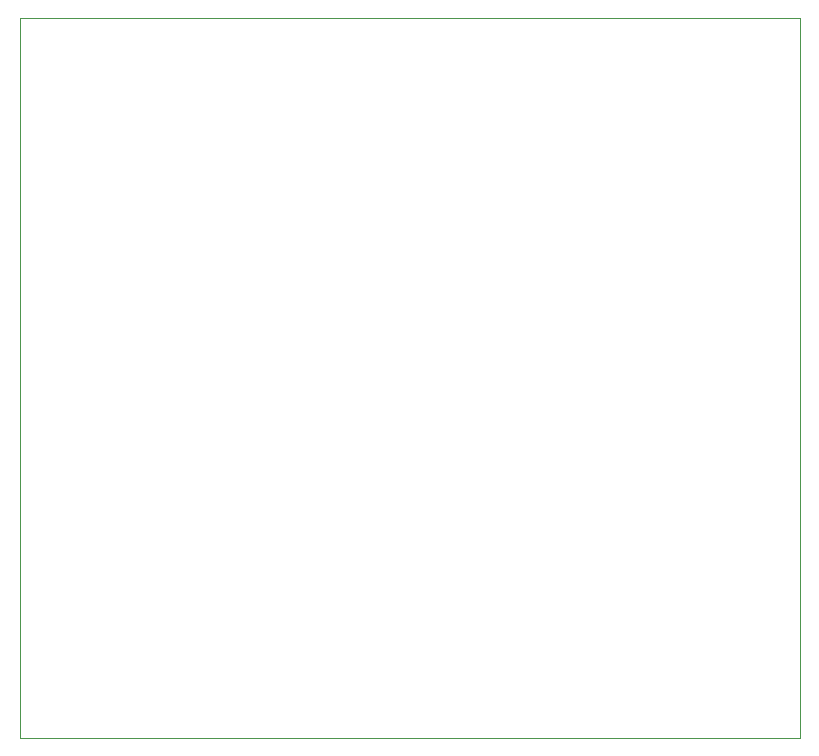
<source format=gko>
G75*
%MOIN*%
%OFA0B0*%
%FSLAX25Y25*%
%IPPOS*%
%LPD*%
%AMOC8*
5,1,8,0,0,1.08239X$1,22.5*
%
%ADD10C,0.00000*%
D10*
X0028318Y0024667D02*
X0028318Y0264667D01*
X0288318Y0264667D01*
X0288318Y0024667D01*
X0028318Y0024667D01*
M02*

</source>
